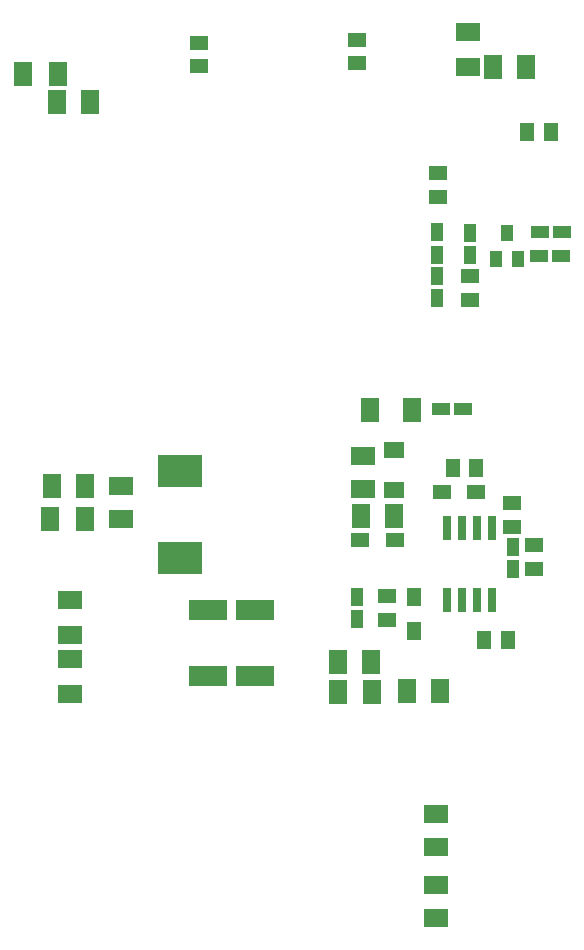
<source format=gbr>
G04 EAGLE Gerber X2 export*
%TF.Part,Single*%
%TF.FileFunction,Paste,Bot*%
%TF.FilePolarity,Positive*%
%TF.GenerationSoftware,Autodesk,EAGLE,9.0.0*%
%TF.CreationDate,2019-06-10T11:01:15Z*%
G75*
%MOMM*%
%FSLAX34Y34*%
%LPD*%
%AMOC8*
5,1,8,0,0,1.08239X$1,22.5*%
G01*
%ADD10R,2.000000X1.500000*%
%ADD11R,2.000000X1.600000*%
%ADD12R,1.600000X2.000000*%
%ADD13R,1.500000X2.000000*%
%ADD14R,0.660400X2.032000*%
%ADD15R,1.000000X1.500000*%
%ADD16R,1.600000X1.300000*%
%ADD17R,1.500000X1.000000*%
%ADD18R,1.300000X1.600000*%
%ADD19R,1.000000X1.400000*%
%ADD20R,3.800000X2.800000*%
%ADD21R,1.500000X1.200000*%
%ADD22R,1.200000X1.500000*%
%ADD23R,1.500000X2.100000*%
%ADD24R,1.800000X1.400000*%
%ADD25R,3.200000X1.800000*%


D10*
X58200Y328900D03*
X58200Y298900D03*
X58300Y278900D03*
X58300Y248900D03*
D11*
X367900Y119600D03*
X367900Y147600D03*
X368100Y59600D03*
X368100Y87600D03*
D12*
X313400Y251300D03*
X285400Y251300D03*
X371400Y251500D03*
X343400Y251500D03*
X70900Y425700D03*
X42900Y425700D03*
D11*
X101100Y425400D03*
X101100Y397400D03*
D13*
X41100Y397700D03*
X71100Y397700D03*
D14*
X415250Y328566D03*
X415250Y390034D03*
X402550Y328566D03*
X389850Y328566D03*
X402550Y390034D03*
X389850Y390034D03*
X377150Y328566D03*
X377150Y390034D03*
D15*
X301000Y331500D03*
X301000Y312700D03*
D16*
X326400Y311800D03*
X326400Y331800D03*
D17*
X391100Y490900D03*
X372300Y490900D03*
D18*
X402200Y440300D03*
X382200Y440300D03*
D16*
X167700Y800700D03*
X167700Y780700D03*
X300800Y803200D03*
X300800Y783200D03*
D12*
X313200Y275900D03*
X285200Y275900D03*
D16*
X432300Y390600D03*
X432300Y410600D03*
X450700Y355100D03*
X450700Y375100D03*
D15*
X432900Y373800D03*
X432900Y355000D03*
D18*
X428900Y294500D03*
X408900Y294500D03*
D19*
X427900Y639200D03*
X418400Y617200D03*
X437400Y617200D03*
D15*
X368600Y621200D03*
X368600Y640000D03*
X396500Y639800D03*
X396500Y621000D03*
D17*
X473800Y620400D03*
X455000Y620400D03*
D15*
X368800Y584700D03*
X368800Y603500D03*
D16*
X396700Y583100D03*
X396700Y603100D03*
D13*
X18100Y773900D03*
X48100Y773900D03*
D12*
X46800Y750700D03*
X74800Y750700D03*
D20*
X151200Y364200D03*
X151200Y438200D03*
D21*
X402000Y420000D03*
X373000Y420000D03*
X304000Y379500D03*
X333000Y379500D03*
D22*
X349500Y302500D03*
X349500Y331500D03*
D23*
X312000Y490000D03*
X348000Y490000D03*
D24*
X332500Y422000D03*
X332500Y456000D03*
D11*
X306500Y423000D03*
X306500Y451000D03*
D12*
X332500Y400000D03*
X304500Y400000D03*
D18*
X465000Y725000D03*
X445000Y725000D03*
D16*
X370000Y670000D03*
X370000Y690000D03*
D10*
X395000Y810000D03*
X395000Y780000D03*
D12*
X416000Y780000D03*
X444000Y780000D03*
D17*
X455600Y640000D03*
X474400Y640000D03*
D25*
X215000Y264500D03*
X215000Y320500D03*
X175000Y264500D03*
X175000Y320500D03*
M02*

</source>
